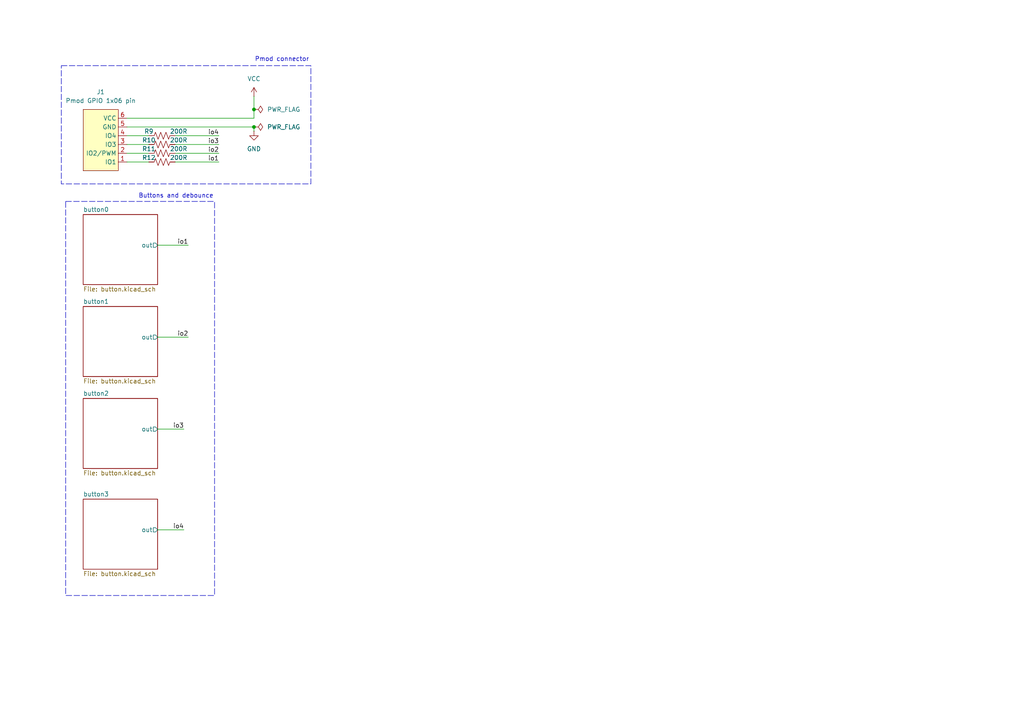
<source format=kicad_sch>
(kicad_sch (version 20250114) (generator "eeschema") (generator_version "9.0")
  (paper "A4")
  (title_block (title "Cotti Button Module") (date "2025-12-18") (rev "0.0"))
  (lib_symbols
    (symbol "Device:R_US" (pin_numbers (hide yes)) (pin_names (offset 0))
      (property "Reference" "R" (at 2.54 0 90))
      (property "Value" "R_US" (at -2.54 0 90))
      (symbol "R_US_0_1"
        (polyline (pts (xy 0 2.286) (xy 0 2.54)))
        (polyline (pts (xy 0 2.286) (xy 1.016 1.905) (xy 0 1.524) (xy -1.016 1.143) (xy 0 0.762)))
        (polyline (pts (xy 0 0.762) (xy 1.016 0.381) (xy 0 0) (xy -1.016 -0.381) (xy 0 -0.762)))
        (polyline (pts (xy 0 -0.762) (xy 1.016 -1.143) (xy 0 -1.524) (xy -1.016 -1.905) (xy 0 -2.286)))
        (polyline (pts (xy 0 -2.286) (xy 0 -2.54)))
      )
      (symbol "R_US_1_1"
        (pin passive line (at 0 3.81 270) (length 1.27) (name "~") (number "1"))
        (pin passive line (at 0 -3.81 90) (length 1.27) (name "~") (number "2"))
      )
    )
    (symbol "Pmod:pmod_gpio_1x06_pin"
      (property "Reference" "J" (at 1.016 1.27 0))
      (property "Value" "Pmod GPIO 1x06 pin" (at 5.842 -19.558 0))
      (symbol "pmod_gpio_1x06_pin_1_1"
        (rectangle (start 0 0) (end 10.16 -17.78) (fill (type background)))
        (pin bidirectional line (at -2.54 -2.54 0) (length 2.54) (name "IO1") (number "1"))
        (pin bidirectional line (at -2.54 -5.08 0) (length 2.54) (name "IO2/PWM") (number "2"))
        (pin bidirectional line (at -2.54 -7.62 0) (length 2.54) (name "IO3") (number "3"))
        (pin bidirectional line (at -2.54 -10.16 0) (length 2.54) (name "IO4") (number "4"))
        (pin power_in line (at -2.54 -12.7 0) (length 2.54) (name "GND") (number "5"))
        (pin power_in line (at -2.54 -15.24 0) (length 2.54) (name "VCC") (number "6"))
      )
    )
    (symbol "power:GND" (power) (pin_numbers (hide yes)) (pin_names (offset 0) (hide yes))
      (property "Value" "GND" (at 0 -3.81 0))
      (symbol "GND_0_1"
        (polyline (pts (xy 0 0) (xy 0 -1.27) (xy 1.27 -1.27) (xy 0 -2.54) (xy -1.27 -1.27) (xy 0 -1.27)))
      )
      (symbol "GND_1_1"
        (pin power_in line (at 0 0 270) (length 0) (name "~") (number "1"))
      )
    )
    (symbol "power:PWR_FLAG" (power) (pin_numbers (hide yes)) (pin_names (offset 0) (hide yes))
      (property "Value" "PWR_FLAG" (at 0 3.81 0))
      (symbol "PWR_FLAG_0_0"
        (pin power_out line (at 0 0 90) (length 0) (name "~") (number "1"))
      )
      (symbol "PWR_FLAG_0_1"
        (polyline (pts (xy 0 0) (xy 0 1.27) (xy -1.016 1.905) (xy 0 2.54) (xy 1.016 1.905) (xy 0 1.27)))
      )
    )
    (symbol "power:VCC" (power) (pin_numbers (hide yes)) (pin_names (offset 0) (hide yes))
      (property "Value" "VCC" (at 0 3.556 0))
      (symbol "VCC_0_1"
        (polyline (pts (xy -0.762 1.27) (xy 0 2.54)))
        (polyline (pts (xy 0 2.54) (xy 0.762 1.27)))
        (polyline (pts (xy 0 0) (xy 0 2.54)))
      )
      (symbol "VCC_1_1"
        (pin power_in line (at 0 0 90) (length 0) (name "~") (number "1"))
      )
    )
  )
  (rectangle (start 17.78 19.05) (end 90.17 53.34) (stroke (width 0) (type dash)))
  (rectangle (start 19.05 58.42) (end 62.23 172.72) (stroke (width 0) (type dash)))
  (text "Buttons and debounce" (at 51.054 56.896 0) (effects (font (size 1.27 1.27))))
  (text "Pmod connector" (at 81.788 17.272 0) (effects (font (size 1.27 1.27))))
  (junction (at 73.66 36.83))
  (junction (at 73.66 31.75))
  (wire (pts (xy 73.66 27.94) (xy 73.66 31.75)))
  (wire (pts (xy 73.66 31.75) (xy 73.66 34.29)))
  (wire (pts (xy 36.83 34.29) (xy 73.66 34.29)))
  (wire (pts (xy 36.83 39.37) (xy 43.18 39.37)))
  (wire (pts (xy 45.72 153.67) (xy 53.34 153.67)))
  (wire (pts (xy 45.72 71.12) (xy 54.61 71.12)))
  (wire (pts (xy 50.8 39.37) (xy 63.5 39.37)))
  (wire (pts (xy 45.72 124.46) (xy 53.34 124.46)))
  (wire (pts (xy 36.83 36.83) (xy 73.66 36.83)))
  (wire (pts (xy 36.83 44.45) (xy 43.18 44.45)))
  (wire (pts (xy 45.72 97.79) (xy 54.61 97.79)))
  (wire (pts (xy 50.8 44.45) (xy 63.5 44.45)))
  (wire (pts (xy 36.83 41.91) (xy 43.18 41.91)))
  (wire (pts (xy 36.83 46.99) (xy 43.18 46.99)))
  (wire (pts (xy 50.8 41.91) (xy 63.5 41.91)))
  (wire (pts (xy 50.8 46.99) (xy 63.5 46.99)))
  (wire (pts (xy 73.66 38.1) (xy 73.66 36.83)))
  (label "io4" (at 63.5 39.37 180))
  (label "io3" (at 63.5 41.91 180))
  (label "io2" (at 54.61 97.79 180))
  (label "io1" (at 63.5 46.99 180))
  (label "io3" (at 53.34 124.46 180))
  (label "io2" (at 63.5 44.45 180))
  (label "io4" (at 53.34 153.67 180))
  (label "io1" (at 54.61 71.12 180))
  (symbol (lib_id "Device:R_US") (at 46.99 41.91 90) (unit 1)
    (property "Reference" "R10" (at 43.18 40.64 90))
    (property "Value" "200R" (at 51.816 40.64 90))
    (property "Footprint" "Resistor_SMD:R_0805_2012Metric_Pad1.20x1.40mm_HandSolder" (effects (hide yes)))
    (property "Datasheet" "https://www.yageogroup.com/content/datasheet/asset/file/PYU-RC_GROUP_51_ROHS_L" (effects (hide yes)))
    (property "Description" "200 Ohms ±1% 0.125W, 1/8W Chip Resistor 0805 (2012 Metric) Moisture Resistant Thick Film" (effects (hide yes)))
    (property "Digikey" "https://www.digikey.com/en/products/detail/yageo/RC0805FR-13200RL/17013175" (effects (hide yes)))
    (property "Digikey P/N" "13-RC0805FR-13200RLCT-ND" (effects (hide yes)))
    (property "Mfr." "YAGEO" (effects (hide yes)))
    (property "Mfr. P/N" "RC0805FR-13200RL" (effects (hide yes)))
  )
  (symbol (lib_id "Device:R_US") (at 46.99 46.99 90) (unit 1)
    (property "Reference" "R12" (at 43.18 45.72 90))
    (property "Value" "200R" (at 51.816 45.72 90))
    (property "Footprint" "Resistor_SMD:R_0805_2012Metric_Pad1.20x1.40mm_HandSolder" (effects (hide yes)))
    (property "Datasheet" "https://www.yageogroup.com/content/datasheet/asset/file/PYU-RC_GROUP_51_ROHS_L" (effects (hide yes)))
    (property "Description" "200 Ohms ±1% 0.125W, 1/8W Chip Resistor 0805 (2012 Metric) Moisture Resistant Thick Film" (effects (hide yes)))
    (property "Digikey" "https://www.digikey.com/en/products/detail/yageo/RC0805FR-13200RL/17013175" (effects (hide yes)))
    (property "Digikey P/N" "13-RC0805FR-13200RLCT-ND" (effects (hide yes)))
    (property "Mfr." "YAGEO" (effects (hide yes)))
    (property "Mfr. P/N" "RC0805FR-13200RL" (effects (hide yes)))
  )
  (symbol (lib_id "Device:R_US") (at 46.99 44.45 90) (unit 1)
    (property "Reference" "R11" (at 43.18 43.18 90))
    (property "Value" "200R" (at 51.816 43.18 90))
    (property "Footprint" "Resistor_SMD:R_0805_2012Metric_Pad1.20x1.40mm_HandSolder" (effects (hide yes)))
    (property "Datasheet" "https://www.yageogroup.com/content/datasheet/asset/file/PYU-RC_GROUP_51_ROHS_L" (effects (hide yes)))
    (property "Description" "200 Ohms ±1% 0.125W, 1/8W Chip Resistor 0805 (2012 Metric) Moisture Resistant Thick Film" (effects (hide yes)))
    (property "Digikey" "https://www.digikey.com/en/products/detail/yageo/RC0805FR-13200RL/17013175" (effects (hide yes)))
    (property "Digikey P/N" "13-RC0805FR-13200RLCT-ND" (effects (hide yes)))
    (property "Mfr." "YAGEO" (effects (hide yes)))
    (property "Mfr. P/N" "RC0805FR-13200RL" (effects (hide yes)))
  )
  (symbol (lib_id "power:GND") (at 73.66 38.1 0) (unit 1)
    (property "Reference" "#PWR02" (effects (hide yes)))
    (property "Value" "GND" (at 73.66 43.18 0))
    (property "Description" "Power symbol creates a global label with name \"GND\" , ground" (effects (hide yes)))
  )
  (symbol (lib_id "power:PWR_FLAG") (at 73.66 36.83 270) (unit 1)
    (property "Reference" "#FLG02" (effects (hide yes)))
    (property "Value" "PWR_FLAG" (at 77.47 36.8299 90) (effects (justify left)))
    (property "Description" "Special symbol for telling ERC where power comes from" (effects (hide yes)))
  )
  (symbol (lib_id "Pmod:pmod_gpio_1x06_pin") (at 34.29 49.53 180) (unit 1)
    (property "Reference" "J1" (at 29.21 26.67 0))
    (property "Value" "Pmod GPIO 1x06 pin" (at 29.21 29.21 0))
    (property "Footprint" "Pmod:Pmod_1x06_pin" (effects (hide yes)))
    (property "Datasheet" "https://app.adam-tech.com/products/download/data_sheet/201281/ph1rb-xx-ua-data-sheet.pdf" (effects (hide yes)))
    (property "Description" "Connector Header Through Hole, Right Angle 6 position 0.100\" (2.54mm)" (effects (hide yes)))
    (property "Digikey" "https://www.digikey.com/en/products/detail/adam-tech/PH1RB-06-UA/9830592" (effects (hide yes)))
    (property "Digikey P/N" "2057-PH1RB-06-UA-ND" (effects (hide yes)))
    (property "Mfr." "Adam Tech" (effects (hide yes)))
    (property "Mfr. P/N" "PH1RB-06-UA" (effects (hide yes)))
  )
  (symbol (lib_id "power:VCC") (at 73.66 27.94 0) (unit 1)
    (property "Reference" "#PWR01" (effects (hide yes)))
    (property "Value" "VCC" (at 73.66 22.86 0))
    (property "Description" "Power symbol creates a global label with name \"VCC\"" (effects (hide yes)))
  )
  (symbol (lib_id "Device:R_US") (at 46.99 39.37 90) (unit 1)
    (property "Reference" "R9" (at 43.18 38.1 90))
    (property "Value" "200R" (at 51.816 38.1 90))
    (property "Footprint" "Resistor_SMD:R_0805_2012Metric_Pad1.20x1.40mm_HandSolder" (effects (hide yes)))
    (property "Datasheet" "https://www.yageogroup.com/content/datasheet/asset/file/PYU-RC_GROUP_51_ROHS_L" (effects (hide yes)))
    (property "Description" "200 Ohms ±1% 0.125W, 1/8W Chip Resistor 0805 (2012 Metric) Moisture Resistant Thick Film" (effects (hide yes)))
    (property "Digikey" "https://www.digikey.com/en/products/detail/yageo/RC0805FR-13200RL/17013175" (effects (hide yes)))
    (property "Digikey P/N" "13-RC0805FR-13200RLCT-ND" (effects (hide yes)))
    (property "Mfr." "YAGEO" (effects (hide yes)))
    (property "Mfr. P/N" "RC0805FR-13200RL" (effects (hide yes)))
  )
  (symbol (lib_id "power:PWR_FLAG") (at 73.66 31.75 270) (unit 1)
    (property "Reference" "#FLG01" (effects (hide yes)))
    (property "Value" "PWR_FLAG" (at 77.47 31.7499 90) (effects (justify left)))
    (property "Description" "Special symbol for telling ERC where power comes from" (effects (hide yes)))
  )
  (sheet (at 24.13 62.23) (size 21.59 20.32) (stroke (width 0.1524))
    (property "Sheetname" "button0" (at 24.13 61.5184 0) (effects (justify left bottom)))
    (property "Sheetfile" "button.kicad_sch" (at 24.13 83.1346 0) (effects (justify left top)))
    (pin "out" output (at 45.72 71.12 0))
  )
  (sheet (at 24.13 115.57) (size 21.59 20.32) (stroke (width 0.1524))
    (property "Sheetname" "button2" (at 24.13 114.8584 0) (effects (justify left bottom)))
    (property "Sheetfile" "button.kicad_sch" (at 24.13 136.4746 0) (effects (justify left top)))
    (pin "out" output (at 45.72 124.46 0))
  )
  (sheet (at 24.13 144.78) (size 21.59 20.32) (stroke (width 0.1524))
    (property "Sheetname" "button3" (at 24.13 144.0684 0) (effects (justify left bottom)))
    (property "Sheetfile" "button.kicad_sch" (at 24.13 165.6846 0) (effects (justify left top)))
    (pin "out" output (at 45.72 153.67 0))
  )
  (sheet (at 24.13 88.9) (size 21.59 20.32) (stroke (width 0.1524))
    (property "Sheetname" "button1" (at 24.13 88.1884 0) (effects (justify left bottom)))
    (property "Sheetfile" "button.kicad_sch" (at 24.13 109.8046 0) (effects (justify left top)))
    (pin "out" output (at 45.72 97.79 0))
  )
)
</source>
